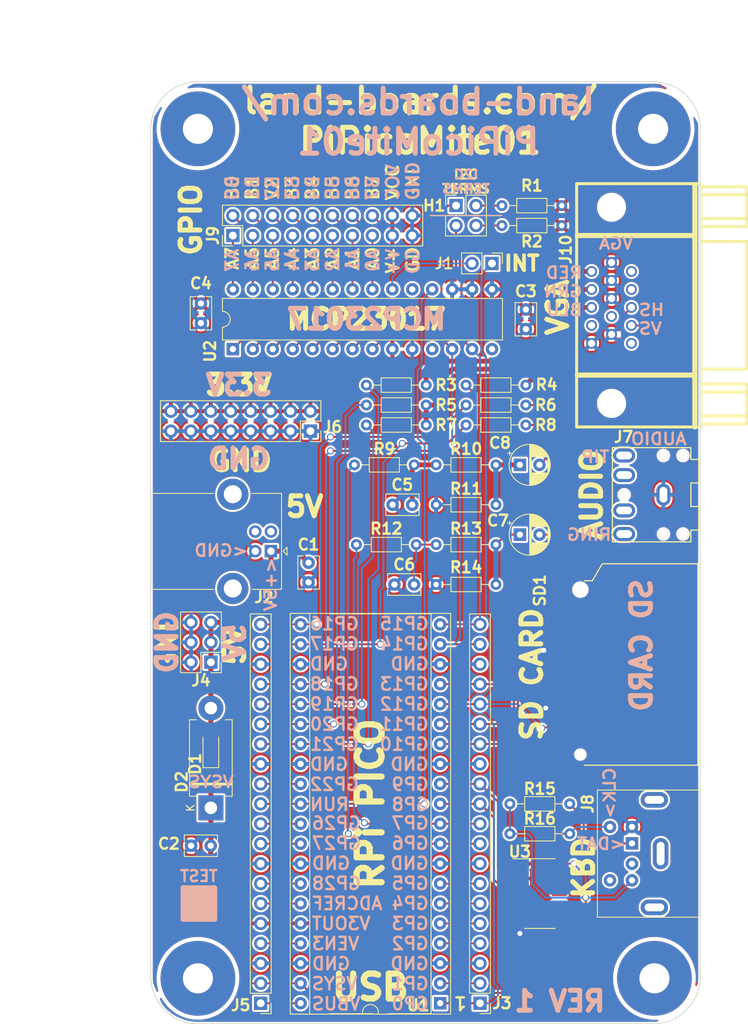
<source format=kicad_pcb>
(kicad_pcb (version 20211014) (generator pcbnew)
  (title_block (title "ESP32-VGA") (date "2020-02-19") (rev "2") (company "land-boards.com"))
  (layers (0 "F.Cu" signal) (31 "B.Cu" signal) (36 "B.SilkS" user "B.Silkscreen") (37 "F.SilkS" user "F.Silkscreen") (38 "B.Mask" user) (39 "F.Mask" user) (44 "Edge.Cuts" user))
  (net 0 "")
  (net 1 "GND")
  (net 2 "+3V3")
  (net 3 "Net-(C1-Pad1)")
  (net 4 "Net-(C7-Pad1)")
  (net 5 "Net-(C8-Pad1)")
  (net 6 "/GP13")
  (net 7 "/GP11")
  (net 8 "/GP10")
  (net 9 "/GP12")
  (net 10 "Net-(R1-Pad2)")
  (net 11 "Net-(R2-Pad2)")
  (net 18 "/GP0")
  (net 19 "/GP1")
  (net 20 "/GP2")
  (net 21 "/GP3")
  (net 22 "/GP4")
  (net 23 "/GP5")
  (net 24 "/GP6")
  (net 25 "/GP7")
  (net 26 "/GP8")
  (net 27 "/VGA_B")
  (net 28 "/VGA_G")
  (net 29 "/VGA_R")
  (net 30 "/GP9")
  (net 31 "/GP14")
  (net 32 "/GP15")
  (net 35 "/GP28")
  (net 36 "/GP27")
  (net 37 "/GP26")
  (net 38 "/GP22")
  (net 39 "/GP21")
  (net 40 "/GP20")
  (net 41 "/GPB0")
  (net 42 "/GPA7")
  (net 43 "/GPB1")
  (net 44 "/GPA6")
  (net 45 "/GPB2")
  (net 46 "/GPA5")
  (net 47 "/GPB3")
  (net 48 "/GPA4")
  (net 49 "/GPB4")
  (net 50 "/GPA3")
  (net 51 "/GPB5")
  (net 52 "/GPA2")
  (net 53 "/GPB6")
  (net 54 "/GPA1")
  (net 55 "/GPB7")
  (net 56 "/GPA0")
  (net 60 "Net-(U2-Pad20)")
  (net 61 "/VBUS")
  (net 62 "/VEN3")
  (net 63 "/ADCREF")
  (net 64 "Net-(C8-Pad2)")
  (net 65 "/GP19")
  (net 66 "/GP18")
  (net 67 "/GP17")
  (net 68 "/HS")
  (net 69 "/VS")
  (net 70 "/RUN")
  (net 71 "/GP16")
  (net 73 "Net-(C5-Pad1)")
  (net 74 "Net-(C6-Pad1)")
  (net 75 "Net-(C7-Pad2)")
  (net 80 "/PS2DAT")
  (net 82 "/PS2CLK")
  (net 88 "/VSYS")
  (footprint "LandBoards_MountHoles:MTG-6-32" (layer "F.Cu") (at 119 8)
    (fp_text reference "MTG1" hide)
    (fp_text value "MTG_HOLE" hide)
  )
  (footprint "LandBoards_MountHoles:MTG-6-32" (layer "F.Cu") (at 177.165 116.205)
    (fp_text reference "MTG2" hide)
    (fp_text value "MTG_HOLE" hide)
  )
  (footprint "LandBoards_MountHoles:MTG-6-32" (layer "F.Cu") (at 119 116.205)
    (fp_text reference "MTG4" hide)
    (fp_text value "MTG_HOLE" hide)
  )
  (footprint "LandBoards_MountHoles:MTG-6-32" (layer "F.Cu") (at 177 8)
    (fp_text reference "MTG3" hide)
    (fp_text value "MTG_HOLE" hide)
  )
  (footprint "LandBoards_Conns:DB_15F-VGA-fixed" (layer "F.Cu") (at 175.70825 30.48 90)
    (fp_text reference "J10")
    (fp_text value "CONN, DB15HD, BLUE (VGA)" hide)
  )
  (footprint "LandBoards_Conns:SD_CARD" (layer "F.Cu") (at 167.7265 81.82 90)
    (fp_text reference "SD1")
    (fp_text value "Conn, SD Card" hide)
  )
  (footprint "Resistor_THT:R_Axial_DIN0204_L3.6mm_D1.6mm_P7.62mm_Horizontal" (layer "F.Cu") (at 148.082 40.64 180)
    (fp_text reference "R3")
    (fp_text value "270" hide)
  )
  (footprint "Resistor_THT:R_Axial_DIN0204_L3.6mm_D1.6mm_P7.62mm_Horizontal" (layer "F.Cu") (at 148.082 43.18 180)
    (fp_text reference "R5")
    (fp_text value "390" hide)
  )
  (footprint "Resistor_THT:R_Axial_DIN0204_L3.6mm_D1.6mm_P7.62mm_Horizontal" (layer "F.Cu") (at 146.812 60.96 180)
    (fp_text reference "R12")
    (fp_text value "1K" hide)
  )
  (footprint "Resistor_THT:R_Axial_DIN0204_L3.6mm_D1.6mm_P7.62mm_Horizontal" (layer "F.Cu") (at 148.082 45.72 180)
    (fp_text reference "R7")
    (fp_text value "820" hide)
  )
  (footprint "Resistor_THT:R_Axial_DIN0204_L3.6mm_D1.6mm_P7.62mm_Horizontal" (layer "F.Cu") (at 160.782 40.64 180)
    (fp_text reference "R4")
    (fp_text value "270" hide)
  )
  (footprint "Resistor_THT:R_Axial_DIN0204_L3.6mm_D1.6mm_P7.62mm_Horizontal" (layer "F.Cu") (at 160.782 43.18 180)
    (fp_text reference "R6")
    (fp_text value "47" hide)
  )
  (footprint "Resistor_THT:R_Axial_DIN0204_L3.6mm_D1.6mm_P7.62mm_Horizontal" (layer "F.Cu") (at 160.782 45.72 180)
    (fp_text reference "R8")
    (fp_text value "47" hide)
  )
  (footprint "LandBoards_BoardOutlines:RasPiPico" (layer "F.Cu") (at 149.865 119.375 180)
    (fp_text reference "U1")
    (fp_text value "RPi-PICO" hide)
  )
  (footprint "Connector_USB:USB_B_Lumberg_2411_02_Horizontal" (layer "F.Cu") (at 128.304 61.798 180)
    (fp_text reference "J2")
    (fp_text value "USB-B" hide)
  )
  (footprint "Capacitor_THT:C_Rect_L4.0mm_W2.5mm_P2.50mm" (layer "F.Cu") (at 120.63 99.314 180)
    (fp_text reference "C2")
    (fp_text value "0.1uF")
  )
  (footprint "Capacitor_THT:CP_Radial_D5.0mm_P2.50mm" (layer "F.Cu") (at 160.02 59.69)
    (fp_text reference "C7")
    (fp_text value "47uF")
  )
  (footprint "Capacitor_THT:C_Rect_L4.0mm_W2.5mm_P2.50mm" (layer "F.Cu") (at 146.538 66.04 180)
    (fp_text reference "C6")
    (fp_text value "47nF")
  )
  (footprint "Capacitor_THT:C_Rect_L4.0mm_W2.5mm_P2.50mm" (layer "F.Cu") (at 133.096 63.266 -90)
    (fp_text reference "C1")
    (fp_text value "0.1uF")
  )
  (footprint "Capacitor_THT:C_Rect_L4.0mm_W2.5mm_P2.50mm" (layer "F.Cu") (at 160.782 31.008 -90)
    (fp_text reference "C3")
    (fp_text value "0.1uF")
  )
  (footprint "Capacitor_THT:C_Rect_L4.0mm_W2.5mm_P2.50mm" (layer "F.Cu") (at 119.38 30.246 -90)
    (fp_text reference "C4")
    (fp_text value "0.1uF")
  )
  (footprint "Resistor_THT:R_Axial_DIN0204_L3.6mm_D1.6mm_P7.62mm_Horizontal" (layer "F.Cu") (at 156.972 55.88 180)
    (fp_text reference "R11")
    (fp_text value "2.2K")
  )
  (footprint "LandBoards_Marking:TEST_BLK-REAR" (layer "F.Cu") (at 119.126 106.68)
    (fp_text reference "TEST")
    (fp_text value "COUPON" hide)
  )
  (footprint "Resistor_THT:R_Axial_DIN0204_L3.6mm_D1.6mm_P7.62mm_Horizontal" (layer "F.Cu") (at 156.972 60.96 180)
    (fp_text reference "R13")
    (fp_text value "2.2K")
  )
  (footprint "Connector_PinHeader_2.54mm:PinHeader_1x02_P2.54mm_Vertical" (layer "F.Cu") (at 156.464 25.146 -90)
    (fp_text reference "J1")
    (fp_text value "Conn_01x02")
  )
  (footprint "Diode_SMD:D_SOD-123" (layer "F.Cu") (at 120.65 87.122 90)
    (fp_text reference "D1")
    (fp_text value "D_Schottky")
  )
  (footprint "Connector_PinSocket_2.54mm:PinSocket_2x08_P2.54mm_Vertical" (layer "F.Cu") (at 133.335 46.502 -90)
    (fp_text reference "J6")
    (fp_text value "Header, Vert, 2x8")
  )
  (footprint "Diode_THT:D_DO-201AD_P12.70mm_Horizontal" (layer "F.Cu") (at 120.65 94.488 90)
    (fp_text reference "D2")
    (fp_text value "D_Schottky")
  )
  (footprint "Capacitor_THT:C_Rect_L4.0mm_W2.5mm_P2.50mm" (layer "F.Cu") (at 146.304 55.88 180)
    (fp_text reference "C5")
    (fp_text value "47nF")
  )
  (footprint "LandBoards_Conns:Jack_3.5mm_CUI_SJ1-3523N_Horizontal" (layer "F.Cu") (at 178.308 54.61 -90)
    (fp_text reference "J7")
    (fp_text value "AudioJack3" hide)
  )
  (footprint "Resistor_THT:R_Axial_DIN0204_L3.6mm_D1.6mm_P7.62mm_Horizontal" (layer "F.Cu") (at 165.354 17.78 180)
    (fp_text reference "R1")
    (fp_text value "2.2K")
  )
  (footprint "Resistor_THT:R_Axial_DIN0204_L3.6mm_D1.6mm_P7.62mm_Horizontal" (layer "F.Cu") (at 165.354 20.32 180)
    (fp_text reference "R2")
    (fp_text value "2.2K")
  )
  (footprint "Connector_PinHeader_2.54mm:PinHeader_1x20_P2.54mm_Vertical" (layer "F.Cu") (at 127 119.38 180)
    (fp_text reference "J5")
    (fp_text value "Socket, Female. 1x20")
  )
  (footprint "Resistor_THT:R_Axial_DIN0204_L3.6mm_D1.6mm_P7.62mm_Horizontal" (layer "F.Cu") (at 149.352 66.04)
    (fp_text reference "R14")
    (fp_text value "2.2K")
  )
  (footprint "Connector_PinHeader_2.54mm:PinHeader_2x02_P2.54mm_Vertical" (layer "F.Cu") (at 151.887 17.775)
    (fp_text reference "H1")
    (fp_text value "Header, Vert, 2x2")
  )
  (footprint "Resistor_THT:R_Axial_DIN0204_L3.6mm_D1.6mm_P7.62mm_Horizontal" (layer "F.Cu") (at 158.75 93.98)
    (fp_text reference "R15")
    (fp_text value "10K")
  )
  (footprint "Connector_PinHeader_2.54mm:PinHeader_2x10_P2.54mm_Vertical" (layer "F.Cu") (at 123.449 21.595 90)
    (fp_text reference "J9")
    (fp_text value "Header, Vert, 2x10")
  )
  (footprint "Package_DIP:DIP-28_W7.62mm" (layer "F.Cu") (at 123.454 36.058 90)
    (fp_text reference "U2")
    (fp_text value "MCP23017_SP")
  )
  (footprint "Resistor_THT:R_Axial_DIN0204_L3.6mm_D1.6mm_P7.62mm_Horizontal" (layer "F.Cu") (at 158.75 97.79)
    (fp_text reference "R16")
    (fp_text value "10K")
  )
  (footprint "Capacitor_THT:CP_Radial_D5.0mm_P2.50mm" (layer "F.Cu") (at 160.02 50.8)
    (fp_text reference "C8")
    (fp_text value "47uF")
  )
  (footprint "Package_SO:SOIC-14_3.9x8.7mm_P1.27mm" (layer "F.Cu") (at 162.56 105.41)
    (fp_text reference "U3")
    (fp_text value "TXS0104")
  )
  (footprint "Connector_PinHeader_2.54mm:PinHeader_2x03_P2.54mm_Vertical" (layer "F.Cu") (at 120.655 75.946 180)
    (fp_text reference "J4")
    (fp_text value "Header, Vert, 2x3")
  )
  (footprint "LandBoards_Conns:Connector_Mini-DIN_Female_6Pin_2rows" (layer "F.Cu") (at 174.301 99.02 90)
    (fp_text reference "J8")
    (fp_text value "PS2_DIN6")
  )
  (footprint "Resistor_THT:R_Axial_DIN0204_L3.6mm_D1.6mm_P7.62mm_Horizontal" (layer "F.Cu") (at 156.972 50.8 180)
    (fp_text reference "R10")
    (fp_text value "2.2K")
  )
  (footprint "Resistor_THT:R_Axial_DIN0204_L3.6mm_D1.6mm_P7.62mm_Horizontal" (layer "F.Cu") (at 146.558 50.8 180)
    (fp_text reference "R9")
    (fp_text value "1K")
  )
  (footprint "Connector_PinHeader_2.54mm:PinHeader_1x20_P2.54mm_Vertical" (layer "F.Cu") (at 154.94 119.375 180)
    (fp_text reference "J3")
    (fp_text value "Socket, Female. 1x20")
  )
  (gr_line (start 148.59 19.05) (end 157.734 19.05) (layer "B.SilkS") (width 0.15))
  (gr_line (start 148.59 19.05) (end 157.734 19.045) (layer "F.SilkS") (width 0.15))
  (gr_line (start 177 2) (end 119 2) (layer "Edge.Cuts") (width 0.1))
  (gr_arc (start 177 2) (mid 181.242641 3.757359) (end 183 8) (layer "Edge.Cuts") (width 0.1))
  (gr_arc (start 119 122) (mid 114.757359 120.242641) (end 113 116) (layer "Edge.Cuts") (width 0.1))
  (gr_line (start 113 8) (end 113 116) (layer "Edge.Cuts") (width 0.1))
  (gr_arc (start 183 116) (mid 181.242641 120.242641) (end 177 122) (layer "Edge.Cuts") (width 0.1))
  (gr_line (start 183 116) (end 183 8) (layer "Edge.Cuts") (width 0.1))
  (gr_line (start 119 122) (end 177 122) (layer "Edge.Cuts") (width 0.1))
  (gr_arc (start 113 8) (mid 114.757359 3.757359) (end 119 2) (layer "Edge.Cuts") (width 0.1))
  (gr_text "GND" (at 115.062 73.406 90) (layer "B.SilkS") (effects (font (size 2.54 2.54) (thickness 0.635)) (justify mirror)))
  (gr_text "RING" (at 165.862 59.69) (layer "B.SilkS") (effects (font (size 1.4732 1.5875) (thickness 0.3048)) (justify right mirror)))
  (gr_text "<GND" (at 118.364 61.722) (layer "B.SilkS") (effects (font (size 1.4732 1.5875) (thickness 0.3048)) (justify right mirror)))
  (gr_text "REV 1" (at 165.1 119.126) (layer "B.SilkS") (effects (font (size 2.54 2.54) (thickness 0.635)) (justify mirror)))
  (gr_text "GND" (at 124.206 50.038) (layer "B.SilkS") (effects (font (size 2.54 2.54) (thickness 0.635)) (justify mirror)))
  (gr_text "AUDIO" (at 174 47.498) (layer "B.SilkS") (effects (font (size 1.4732 1.5875) (thickness 0.3048)) (justify right mirror)))
  (gr_text "GP7\nGP6\nGND\nGP5\nGP4\nGP3\nGP2\nGND\nGP1\nGP0" (at 148.59 107.95) (layer "B.SilkS") (effects (font (size 1.5875 1.5875) (thickness 0.3048)) (justify left mirror)))
  (gr_text "land-boards.com/\nPiPicoMite01" (at 147.066 7.112) (layer "B.SilkS") (effects (font (size 3.175 3.175) (thickness 0.635)) (justify mirror)))
  (gr_text "GP16\nGP17\nGND\nGP18\nGP19\nGP20\nGP21\nGND\nGP22\nRUN\n" (at 133.096 82.55) (layer "B.SilkS") (effects (font (size 1.5875 1.5875) (thickness 0.3048)) (justify right mirror)))
  (gr_text "HS\nVS" (at 175.006 32.258) (layer "B.SilkS") (effects (font (size 1.4732 1.5875) (thickness 0.3048)) (justify right mirror)))
  (gr_text "VGA" (at 169.926 22.606) (layer "B.SilkS") (effects (font (size 1.4732 1.5875) (thickness 0.3048)) (justify right mirror)))
  (gr_text "MCP23017" (at 140.462 32.258) (layer "B.SilkS") (effects (font (size 2.54 2.54) (thickness 0.635)) (justify mirror)))
  (gr_text "<+5V" (at 128.27 69.596 90) (layer "B.SilkS") (effects (font (size 1.4732 1.5875) (thickness 0.3048)) (justify right mirror)))
  (gr_text "SD CARD" (at 175.514 82.55 90) (layer "B.SilkS") (effects (font (size 2.54 2.54) (thickness 0.635)) (justify right mirror)))
  (gr_text "VSYS" (at 117.602 91.186) (layer "B.SilkS") (effects (font (size 1.4732 1.5875) (thickness 0.3048)) (justify right mirror)))
  (gr_text "RED\nGRN\nBLU" (at 168.148 28.702) (layer "B.SilkS") (effects (font (size 1.4732 1.5875) (thickness 0.3048)) (justify left mirror)))
  (gr_text "B0\nB1\nB2\nB3\nB4\nB5\nB6\nB7\nVCC\nGND" (at 134.874 17.272 90) (layer "B.SilkS") (effects (font (size 1.5875 1.5875) (thickness 0.3048)) (justify right mirror)))
  (gr_text "<DAT" (at 167.132 99.06) (layer "B.SilkS") (effects (font (size 1.4732 1.5875) (thickness 0.3048)) (justify right mirror)))
  (gr_text "3.3V" (at 124.206 40.64) (layer "B.SilkS") (effects (font (size 2.54 2.54) (thickness 0.635)) (justify mirror)))
  (gr_text "I2C\nTERMS" (at 153.162 14.732) (layer "B.SilkS") (effects (font (size 1.143 1.27) (thickness 0.28575)) (justify mirror)))
  (gr_text "5V" (at 123.698 73.406 90) (layer "B.SilkS") (effects (font (size 2.54 2.54) (thickness 0.635)) (justify mirror)))
  (gr_text "CLK>" (at 171.45 96.012 90) (layer "B.SilkS") (effects (font (size 1.4732 1.5875) (thickness 0.3048)) (justify right mirror)))
  (gr_text "TIP" (at 167.64 49.784) (layer "B.SilkS") (effects (font (size 1.4732 1.5875) (thickness 0.3048)) (justify right mirror)))
  (gr_text "GP26\nGP27\nGND\nGP28\nADCREF\nV3OUT\nVEN3\nGND\nVSYS\nVBUS" (at 133.35 107.95) (layer "B.SilkS") (effects (font (size 1.5875 1.5875) (thickness 0.3048)) (justify right mirror)))
  (gr_text "A7\nA6\nA5\nA4\nA3\nA2\nA1\nA0\nV+\nGD" (at 134.874 23.114 90) (layer "B.SilkS") (effects (font (size 1.5875 1.5875) (thickness 0.3048)) (justify left mirror)))
  (gr_text "GP15\nGP14\nGND\nGP13\nGP12\nGP11\nGP10\nGND\nGP9\nGP8" (at 148.59 82.55) (layer "B.SilkS") (effects (font (size 1.5875 1.5875) (thickness 0.3048)) (justify left mirror)))
  (gr_text "AUDIO" (at 169.164 54.61 90) (layer "F.SilkS") (effects (font (size 2.54 2.54) (thickness 0.635))))
  (gr_text "SD CARD" (at 161.544 77.47 90) (layer "F.SilkS") (effects (font (size 2.54 2.54) (thickness 0.635))))
  (gr_text "5V" (at 132.588 56.134) (layer "F.SilkS") (effects (font (size 2.54 2.54) (thickness 0.635))))
  (gr_text "VGA" (at 164.846 30.734 90) (layer "F.SilkS") (effects (font (size 2.54 2.54) (thickness 0.635))))
  (gr_text "5V" (at 123.698 73.914 90) (layer "F.SilkS") (effects (font (size 2.54 2.54) (thickness 0.635))))
  (gr_text "KBD" (at 168.148 102.108 90) (layer "F.SilkS") (effects (font (size 2.54 2.54) (thickness 0.635))))
  (gr_text "B0\nB1\nV2\nB3\nB4\nB5\nB6\nB7\nVCC\nGND" (at 134.874 17.272 90) (layer "F.SilkS") (effects (font (size 1.5875 1.5875) (thickness 0.3048)) (justify left)))
  (gr_text "GPIO" (at 118.11 19.558 90) (layer "F.SilkS") (effects (font (size 2.54 2.54) (thickness 0.635))))
  (gr_text "USB" (at 140.97 117.348) (layer "F.SilkS") (effects (font (size 3.175 3.175) (thickness 0.79375))))
  (gr_text "I2C\nTERMS" (at 153.162 14.732) (layer "F.SilkS") (effects (font (size 1.143 1.27) (thickness 0.28575))))
  (gr_text "GND" (at 124.46 50.292) (layer "F.SilkS") (effects (font (size 2.54 2.54) (thickness 0.635))))
  (gr_text "land-boards.com/\nPiPicoMite01" (at 147.32 6.985) (layer "F.SilkS") (effects (font (size 3.175 3.175) (thickness 0.635))))
  (gr_text "RPi PICO" (at 140.97 93.98 90) (layer "F.SilkS") (effects (font (size 3.175 3.175) (thickness 0.79375))))
  (gr_text "INT" (at 160.274 25.146) (layer "F.SilkS") (effects (font (size 1.905 1.905) (thickness 0.47625))))
  (gr_text "GND" (at 115.062 73.406 90) (layer "F.SilkS") (effects (font (size 2.54 2.54) (thickness 0.635))))
  (gr_text "A7\nA6\nA5\nA4\nA3\nA2\nA1\nA0\nV+\nGD" (at 134.874 22.86 90) (layer "F.SilkS") (effects (font (size 1.5875 1.5875) (thickness 0.3048)) (justify right)))
  (gr_text "MCP23017" (at 140.462 32.258) (layer "F.SilkS") (effects (font (size 2.54 2.54) (thickness 0.635))))
  (gr_text "3.3V" (at 124.206 40.64) (layer "F.SilkS") (effects (font (size 2.54 2.54) (thickness 0.635))))
  (segment (start 163.17 74.32) (end 163.068 74.422) (width 0.254) (layer "F.Cu") (net 1))
  (segment (start 160.085 110.425) (end 160.02 110.49) (width 0.254) (layer "F.Cu") (net 1))
  (segment (start 164.9265 74.32) (end 163.17 74.32) (width 0.254) (layer "F.Cu") (net 1))
  (segment (start 160.085 109.22) (end 160.085 110.425) (width 0.254) (layer "F.Cu") (net 1))
  (segment (start 163.354 81.82) (end 163.322 81.788) (width 0.254) (layer "F.Cu") (net 1))
  (segment (start 164.9265 81.82) (end 163.354 81.82) (width 0.254) (layer "F.Cu") (net 1))
  (via (at 163.322 81.788) (size 0.889) (drill 0.635) (layers "F.Cu" "B.Cu") (net 1))
  (via (at 160.02 110.49) (size 0.889) (drill 0.635) (layers "F.Cu" "B.Cu") (net 1))
  (via (at 163.068 74.422) (size 0.889) (drill 0.635) (layers "F.Cu" "B.Cu") (net 1))
  (segment (start 120.65 75.951) (end 120.655 75.946) (width 0.635) (layer "F.Cu") (net 3))
  (segment (start 123.444 70.866) (end 128.304 66.006) (width 0.635) (layer "F.Cu") (net 3))
  (segment (start 120.655 73.406) (end 120.655 70.866) (width 0.635) (layer "F.Cu") (net 3))
  (segment (start 120.65 85.472) (end 120.65 81.788) (width 0.635) (layer "F.Cu") (net 3))
  (segment (start 120.655 70.866) (end 123.444 70.866) (width 0.635) (layer "F.Cu") (net 3))
  (segment (start 131.628 61.798) (end 133.096 63.266) (width 0.635) (layer "F.Cu") (net 3))
  (segment (start 128.304 66.006) (end 128.304 61.798) (width 0.635) (layer "F.Cu") (net 3))
  (segment (start 120.65 81.788) (end 120.65 75.951) (width 0.635) (layer "F.Cu") (net 3))
  (segment (start 128.304 61.798) (end 131.628 61.798) (width 0.635) (layer "F.Cu") (net 3))
  (segment (start 120.655 75.946) (end 120.655 73.406) (width 0.635) (layer "F.Cu") (net 3))
  (segment (start 156.972 60.96) (end 158.242 59.69) (width 0.254) (layer "F.Cu") (net 4))
  (segment (start 158.242 59.69) (end 160.02 59.69) (width 0.254) (layer "F.Cu") (net 4))
  (segment (start 156.972 66.04) (end 156.972 60.96) (width 0.635) (layer "B.Cu") (net 4))
  (segment (start 156.972 50.8) (end 160.02 50.8) (width 0.635) (layer "F.Cu") (net 5))
  (segment (start 156.972 55.88) (end 156.972 50.8) (width 0.635) (layer "B.Cu") (net 5))
  (segment (start 159.28 69.32) (end 164.9265 69.32) (width 0.254) (layer "F.Cu") (net 6))
  (segment (start 158.242 70.358) (end 159.28 69.32) (width 0.254) (layer "F.Cu") (net 6))
  (segment (start 149.865 78.735) (end 154.94 78.735) (width 0.254) (layer "F.Cu") (net 6))
  (segment (start 156.723 78.735) (end 158.242 77.216) (width 0.254) (layer "F.Cu") (net 6))
  (segment (start 158.242 77.216) (end 158.242 70.358) (width 0.254) (layer "F.Cu") (net 6))
  (segment (start 154.94 78.735) (end 156.723 78.735) (width 0.254) (layer "F.Cu") (net 6))
  (segment (start 154.94 83.815) (end 157.739 83.815) (width 0.254) (layer "F.Cu") (net 7))
  (segment (start 149.865 83.815) (end 154.94 83.815) (width 0.254) (layer "F.Cu") (net 7))
  (segment (start 160.59 71.82) (end 164.9265 71.82) (width 0.254) (layer "F.Cu") (net 7))
  (segment (start 159.258 82.296) (end 159.258 73.152) (width 0.254) (layer "F.Cu") (net 7))
  (segment (start 159.258 73.152) (end 160.59 71.82) (width 0.254) (layer "F.Cu") (net 7))
  (segment (start 157.739 83.815) (end 159.258 82.296) (width 0.254) (layer "F.Cu") (net 7))
  (segment (start 154.94 86.355) (end 159.009 86.355) (width 0.254) (layer "F.Cu") (net 8))
  (segment (start 161.726 79.32) (end 164.9265 79.32) (width 0.254) (layer "F.Cu") (net 8))
  (segment (start 149.865 86.355) (end 154.94 86.355) (width 0.254) (layer "F.Cu") (net 8))
  (segment (start 160.274 85.09) (end 160.274 80.772) (width 0.254) (layer "F.Cu") (net 8))
  (segment (start 159.009 86.355) (end 160.274 85.09) (width 0.254) (layer "F.Cu") (net 8))
  (segment (start 160.274 80.772) (end 161.726 79.32) (width 0.254) (layer "F.Cu") (net 8))
  (segment (start 149.865 81.275) (end 154.94 81.275) (width 0.254) (layer "F.Cu") (net 9))
  (segment (start 162.902 84.24) (end 162.814 84.328) (width 0.254) (layer "F.Cu") (net 9))
  (segment (start 164.9265 84.24) (end 162.902 84.24) (width 0.254) (layer "F.Cu") (net 9))
  (via (at 162.814 84.328) (size 0.889) (drill 0.635) (layers "F.Cu" "B.Cu") (net 9))
  (segment (start 162.814 84.328) (end 159.761 81.275) (width 0.254) (layer "B.Cu") (net 9))
  (segment (start 159.761 81.275) (end 154.94 81.275) (width 0.254) (layer "B.Cu") (net 9))
  (segment (start 157.729 17.775) (end 157.734 17.78) (width 0.254) (layer "F.Cu") (net 10))
  (segment (start 154.427 17.775) (end 157.729 17.775) (width 0.254) (layer "F.Cu") (net 10))
  (segment (start 157.729 20.315) (end 157.734 20.32) (width 0.254) (layer "F.Cu") (net 11))
  (segment (start 154.427 20.315) (end 157.729 20.315) (width 0.254) (layer "F.Cu") (net 11))
  (segment (start 149.865 119.375) (end 154.94 119.375) (width 0.254) (layer "F.Cu") (net 18))
  (segment (start 157.226 118.618) (end 156.469 119.375) (width 0.254) (layer "B.Cu") (net 18))
  (segment (start 153.709489 80.765305) (end 153.709489 81.784695) (width 0.254) (layer "B.Cu") (net 18))
  (segment (start 155.702 70.136794) (end 156.170511 70.605305) (width 0.254) (layer "B.Cu") (net 18))
  (segment (start 156.170511 70.605305) (end 156.170511 76.747489) (width 0.254) (layer "B.Cu") (net 18))
  (segment (start 155.449695 80.044489) (end 154.430305 80.044489) (width 0.254) (layer "B.Cu") (net 18))
  (segment (start 156.469 119.375) (end 154.94 119.375) (width 0.254) (layer "B.Cu") (net 18))
  (segment (start 157.226 117.348) (end 157.226 118.618) (width 0.254) (layer "B.Cu") (net 18))
  (segment (start 153.709489 81.784695) (end 154.430305 82.505511) (width 0.254) (layer "B.Cu") (net 18))
  (segment (start 154.430305 82.505511) (end 155.370717 82.505511) (width 0.254) (layer "B.Cu") (net 18))
  (segment (start 155.114511 26.495489) (end 155.114511 36.520769) (width 0.254) (layer "B.Cu") (net 18))
  (segment (start 156.464 25.146) (end 155.114511 26.495489) (width 0.254) (layer "B.Cu") (net 18))
  (segment (start 155.114511 36.520769) (end 155.702 37.108258) (width 0.254) (layer "B.Cu") (net 18))
  (segment (start 156.718 116.84) (end 157.226 117.348) (width 0.254) (layer "B.Cu") (net 18))
  (segment (start 154.430305 80.044489) (end 153.709489 80.765305) (width 0.254) (layer "B.Cu") (net 18))
  (segment (start 155.702 37.108258) (end 155.702 70.136794) (width 0.254) (layer "B.Cu") (net 18))
  (segment (start 155.370717 82.505511) (end 156.718 83.852794) (width 0.254) (layer "B.Cu") (net 18))
  (segment (start 156.170511 76.747489) (end 156.170511 79.323673) (width 0.254) (layer "B.Cu") (net 18))
  (segment (start 156.170511 79.323673) (end 155.449695 80.044489) (width 0.254) (layer "B.Cu") (net 18))
  (segment (start 156.718 83.852794) (end 156.718 116.84) (width 0.254) (layer "B.Cu") (net 18))
  (segment (start 149.865 116.835) (end 154.94 116.835) (width 0.254) (layer "F.Cu") (net 19))
  (segment (start 149.865 111.755) (end 154.94 111.755) (width 0.254) (layer "F.Cu") (net 20))
  (segment (start 149.865 109.215) (end 154.94 109.215) (width 0.254) (layer "F.Cu") (net 21))
  (segment (start 149.865 106.675) (end 154.94 106.675) (width 0.254) (layer "F.Cu") (net 22))
  (segment (start 149.865 104.135) (end 154.94 104.135) (width 0.254) (layer "F.Cu") (net 23))
  (segment (start 139.441 99.055) (end 138.176 97.79) (width 0.254) (layer "F.Cu") (net 24))
  (segment (start 149.865 99.055) (end 139.441 99.055) (width 0.254) (layer "F.Cu") (net 24))
  (segment (start 149.865 99.055) (end 154.94 99.055) (width 0.254) (layer "F.Cu") (net 24))
  (via (at 138.176 97.79) (size 0.889) (drill 0.635) (layers "F.Cu" "B.Cu") (net 24))
  (segment (start 138.111489 97.725489) (end 138.111489 51.626511) (width 0.254) (layer "B.Cu") (net 24))
  (segment (start 138.111489 51.626511) (end 138.938 50.8) (width 0.254) (layer "B.Cu") (net 24))
  (segment (start 138.176 97.79) (end 138.111489 97.725489) (width 0.254) (layer "B.Cu") (net 24))
  (segment (start 140.33 96.515) (end 149.865 96.515) (width 0.254) (layer "F.Cu") (net 25))
  (segment (start 149.865 96.515) (end 154.94 96.515) (width 0.254) (layer "F.Cu") (net 25))
  (segment (start 140.208 96.393) (end 140.33 96.515) (width 0.635) (layer "F.Cu") (net 25))
  (via (at 140.208 96.393) (size 0.889) (drill 0.635) (layers "F.Cu" "B.Cu") (net 25))
  (segment (start 138.875489 62.802489) (end 138.875489 95.060489) (width 0.254) (layer "B.Cu") (net 25))
  (segment (start 139.192 60.96) (end 139.192 62.485978) (width 0.254) (layer "B.Cu") (net 25))
  (segment (start 138.875489 95.060489) (end 140.208 96.393) (width 0.254) (layer "B.Cu") (net 25))
  (segment (start 139.192 62.485978) (end 138.875489 62.802489) (width 0.254) (layer "B.Cu") (net 25))
  (segment (start 156.718 103.632) (end 156.718 95.753) (width 0.254) (layer "F.Cu") (net 26))
  (segment (start 149.865 93.975) (end 154.94 93.975) (width 0.254) (layer "F.Cu") (net 26))
  (segment (start 157.226 104.14) (end 156.718 103.632) (width 0.254) (layer "F.Cu") (net 26))
  (segment (start 160.085 104.14) (end 157.226 104.14) (width 0.254) (layer "F.Cu") (net 26))
  (segment (start 156.718 95.753) (end 154.94 93.975) (width 0.254) (layer "F.Cu") (net 26))
  (segment (start 165.862 31.877) (end 166.9923 30.7467) (width 0.635) (layer "F.Cu") (net 27))
  (segment (start 166.9923 30.7467) (end 169.15759 30.7467) (width 0.635) (layer "F.Cu") (net 27))
  (segment (start 160.782 40.64) (end 165.862 35.56) (width 0.635) (layer "F.Cu") (net 27))
  (segment (start 165.862 35.56) (end 165.862 31.877) (width 0.635) (layer "F.Cu") (net 27))
  (segment (start 150.114 39.878) (end 151.384 38.608) (width 0.635) (layer "F.Cu") (net 28))
  (segment (start 164.338 30.099) (end 165.9763 28.4607) (width 0.635) (layer "F.Cu") (net 28))
  (segment (start 148.082 43.18) (end 149.098 43.18) (width 0.635) (layer "F.Cu") (net 28))
  (segment (start 160.909 38.608) (end 164.338 35.179) (width 0.635) (layer "F.Cu") (net 28))
  (segment (start 164.338 35.179) (end 164.338 30.099) (width 0.635) (layer "F.Cu") (net 28))
  (segment (start 151.384 38.608) (end 160.909 38.608) (width 0.635) (layer "F.Cu") (net 28))
  (segment (start 150.114 42.164) (end 150.114 39.878) (width 0.635) (layer "F.Cu") (net 28))
  (segment (start 148.082 43.18) (end 148.082 45.72) (width 0.635) (layer "F.Cu") (net 28))
  (segment (start 165.9763 28.4607) (end 169.15759 28.4607) (width 0.635) (layer "F.Cu") (net 28))
  (segment (start 149.098 43.18) (end 150.114 42.164) (width 0.635) (layer "F.Cu") (net 28))
  (segment (start 164.45738 26.16962) (end 169.15759 26.16962) (width 0.635) (layer "F.Cu") (net 29))
  (segment (start 159.766 37.592) (end 163.195 34.163) (width 0.635) (layer "F.Cu") (net 29))
  (segment (start 149.098 37.592) (end 159.766 37.592) (width 0.635) (layer "F.Cu") (net 29))
  (segment (start 163.195 27.432) (end 164.45738 26.16962) (width 0.635) (layer "F.Cu") (net 29))
  (segment (start 148.082 40.64) (end 148.082 38.608) (width 0.635) (layer "F.Cu") (net 29))
  (segment (start 148.082 38.608) (end 149.098 37.592) (width 0.635) (layer "F.Cu") (net 29))
  (segment (start 163.195 34.163) (end 163.195 27.432) (width 0.635) (layer "F.Cu") (net 29))
  (segment (start 149.865 91.435) (end 154.94 91.435) (width 0.254) (layer "F.Cu") (net 30))
  (segment (start 157.988 102.87) (end 157.226 102.108) (width 0.254) (layer "F.Cu") (net 30))
  (segment (start 157.226 93.721) (end 154.94 91.435) (width 0.254) (layer "F.Cu") (net 30))
  (segment (start 160.085 102.87) (end 157.988 102.87) (width 0.254) (layer "F.Cu") (net 30))
  (segment (start 157.226 102.108) (end 157.226 93.721) (width 0.254) (layer "F.Cu") (net 30))
  (segment (start 151.394 36.058) (end 150.034511 34.698511) (width 0.254) (layer "F.Cu") (net 31))
  (segment (start 150.881 17.775) (end 151.887 17.775) (width 0.254) (layer "F.Cu") (net 31))
  (segment (start 150.034511 34.698511) (end 150.034511 18.621489) (width 0.254) (layer "F.Cu") (net 31))
  (segment (start 150.034511 18.621489) (end 150.881 17.775) (width 0.254) (layer "F.Cu") (net 31))
  (segment (start 149.865 73.655) (end 154.94 73.655) (width 0.254) (layer "F.Cu") (net 31))
  (segment (start 152.4 72.898) (end 152.4 49.276) (width 0.254) (layer "B.Cu") (net 31))
  (segment (start 151.394 36.058) (end 151.394 48.27) (width 0.254) (layer "B.Cu") (net 31))
  (segment (start 151.643 73.655) (end 152.4 72.898) (width 0.254) (layer "B.Cu") (net 31))
  (segment (start 149.865 73.655) (end 151.643 73.655) (width 0.254) (layer "B.Cu") (net 31))
  (segment (start 151.394 48.27) (end 152.4 49.276) (width 0.254) (layer "B.Cu") (net 31))
  (segment (start 152.574511 34.698511) (end 152.574511 27.352511) (width 0.254) (layer "F.Cu") (net 32))
  (segment (start 151.887 20.315) (end 151.887 26.665) (width 0.254) (layer "F.Cu") (net 32))
  (segment (start 149.865 71.115) (end 154.94 71.115) (width 0.254) (layer "F.Cu") (net 32))
  (segment (start 153.934 36.058) (end 152.574511 34.698511) (width 0.254) (layer "F.Cu") (net 32))
  (segment (start 151.887 26.665) (end 152.574511 27.352511) (width 0.254) (layer "F.Cu") (net 32))
  (segment (start 154.94 71.115) (end 154.94 37.064) (width 0.254) (layer "B.Cu") (net 32))
  (segment (start 154.94 37.064) (end 153.934 36.058) (width 0.254) (layer "B.Cu") (net 32))
  (segment (start 132.08 104.14) (end 132.085 104.135) (width 0.254) (layer "F.Cu") (net 35))
  (segment (start 127 104.14) (end 132.08 104.14) (width 0.254) (layer "F.Cu") (net 35))
  (segment (start 132.08 99.06) (end 132.085 99.055) (width 0.254) (layer "F.Cu") (net 36))
  (segment (start 127 99.06) (end 132.08 99.06) (width 0.254) (layer "F.Cu") (net 36))
  (segment (start 127 96.52) (end 132.08 96.52) (width 0.254) (layer "F.Cu") (net 37))
  (segment (start 132.08 96.52) (end 132.085 96.515) (width 0.254) (layer "F.Cu") (net 37))
  (segment (start 132.08 91.44) (end 132.085 91.435) (width 0.254) (layer "F.Cu") (net 38))
  (segment (start 127 91.44) (end 132.08 91.44) (width 0.254) (layer "F.Cu") (net 38))
  (segment (start 127 86.36) (end 132.08 86.36) (width 0.254) (layer "F.Cu") (net 39))
  (segment (start 140.711 86.355) (end 140.716 86.36) (width 0.254) (layer "F.Cu") (net 39))
  (segment (start 132.085 86.355) (end 140.711 86.355) (width 0.254) (layer "F.Cu") (net 39))
  (segment (start 132.08 86.36) (end 132.085 86.355) (width 0.254) (layer "F.Cu") (net 39))
  (via (at 140.716 86.36) (size 0.889) (drill 0.635) (layers "F.Cu" "B.Cu") (net 39))
  (segment (start 140.716 65.405) (end 141.986 64.135) (width 0.254) (layer "B.Cu") (net 39))
  (segment (start 141.986 64.135) (end 141.986 42.164) (width 0.254) (layer "B.Cu") (net 39))
  (segment (start 140.716 86.36) (end 140.716 65.405) (width 0.254) (layer "B.Cu") (net 39))
  (segment (start 141.986 42.164) (end 140.462 40.64) (width 0.254) (layer "B.Cu") (net 39))
  (segment (start 132.085 83.815) (end 136.276 83.815) (width 0.254) (layer "F.Cu") (net 40))
  (segment (start 127 83.82) (end 132.08 83.82) (width 0.254) (layer "F.Cu") (net 40))
  (segment (start 132.08 83.82) (end 132.085 83.815) (width 0.254) (layer "F.Cu") (net 40))
  (via (at 136.276 83.815) (size 0.889) (drill 0.635) (layers "F.Cu" "B.Cu") (net 40))
  (segment (start 137.795 44.577) (end 139.192 43.18) (width 0.254) (layer "B.Cu") (net 40))
  (segment (start 136.715011 50.482989) (end 137.795 49.403) (width 0.254) (layer "B.Cu") (net 40))
  (segment (start 137.795 49.403) (end 137.795 44.577) (width 0.254) (layer "B.Cu") (net 40))
  (segment (start 136.715011 83.365989) (end 136.715011 52.768989) (width 0.254) (layer "B.Cu") (net 40))
  (segment (start 139.192 43.18) (end 140.462 43.18) (width 0.254) (layer "B.Cu") (net 40))
  (segment (start 136.271 83.81) (end 136.715011 83.365989) (width 0.254) (layer "B.Cu") (net 40))
  (segment (start 136.715011 52.768989) (end 136.715011 50.482989) (width 0.254) (layer "B.Cu") (net 40))
  (segment (start 136.276 83.815) (end 136.271 83.81) (width 0.254) (layer "B.Cu") (net 40))
  (segment (start 124.679511 34.832489) (end 124.679511 20.285511) (width 0.254) (layer "F.Cu") (net 41))
  (segment (start 124.679511 20.285511) (end 123.449 19.055) (width 0.254) (layer "F.Cu") (net 41))
  (segment (start 123.454 36.058) (end 124.679511 34.832489) (width 0.254) (layer "F.Cu") (net 41))
  (segment (start 123.454 21.6) (end 123.449 21.595) (width 0.254) (layer "F.Cu") (net 42))
  (segment (start 123.454 28.438) (end 123.454 21.6) (width 0.254) (layer "F.Cu") (net 42))
  (segment (start 127.219511 34.832489) (end 127.219511 20.285511) (width 0.254) (layer "F.Cu") (net 43))
  (segment (start 127.219511 20.285511) (end 125.989 19.055) (width 0.254) (layer "F.Cu") (net 43))
  (segment (start 125.994 36.058) (end 127.219511 34.832489) (width 0.254) (layer "F.Cu") (net 43))
  (segment (start 125.994 28.438) (end 125.994 21.6) (width 0.254) (layer "F.Cu") (net 44))
  (segment (start 125.994 21.6) (end 125.989 21.595) (width 0.254) (layer "F.Cu") (net 44))
  (segment (start 129.759511 34.832489) (end 129.759511 20.285511) (width 0.254) (layer "F.Cu") (net 45))
  (segment (start 129.759511 20.285511) (end 128.529 19.055) (width 0.254) (layer "F.Cu") (net 45))
  (segment (start 128.534 36.058) (end 129.759511 34.832489) (width 0.254) (layer "F.Cu") (net 45))
  (segment (start 128.534 28.438) (end 128.534 21.6) (width 0.254) (layer "F.Cu") (net 46))
  (segment (start 128.534 21.6) (end 128.529 21.595) (width 0.254) (layer "F.Cu") (net 46))
  (segment (start 132.299511 34.832489) (end 132.299511 20.285511) (width 0.254) (layer "F.Cu") (net 47))
  (segment (start 131.074 36.058) (end 132.299511 34.832489) (width 0.254) (layer "F.Cu") (net 47))
  (segment (start 132.299511 20.285511) (end 131.069 19.055) (width 0.254) (layer "F.Cu") (net 47))
  (segment (start 131.074 21.6) (end 131.069 21.595) (width 0.254) (layer "F.Cu") (net 48))
  (segment (start 131.074 28.438) (end 131.074 21.6) (width 0.254) (layer "F.Cu") (net 48))
  (segment (start 134.839511 20.285511) (end 133.609 19.055) (width 0.254) (layer "F.Cu") (net 49))
  (segment (start 133.614 36.058) (end 134.794511 34.877489) (width 0.254) (layer "F.Cu") (net 49))
  (segment (start 134.839511 22.735511) (end 134.839511 20.285511) (width 0.254) (layer "F.Cu") (net 49))
  (segment (start 134.794511 34.877489) (end 134.794511 22.780511) (width 0.254) (layer "F.Cu") (net 49))
  (segment (start 134.794511 22.780511) (end 134.839511 22.735511) (width 0.254) (layer "F.Cu") (net 49))
  (segment (start 133.614 28.438) (end 133.614 21.6) (width 0.254) (layer "F.Cu") (net 50))
  (segment (start 133.614 21.6) (end 133.609 21.595) (width 0.254) (layer "F.Cu") (net 50))
  (segment (start 137.379511 20.285511) (end 136.149 19.055) (width 0.254) (layer "F.Cu") (net 51))
  (segment (start 137.379511 34.832489) (end 137.379511 20.285511) (width 0.254) (layer "F.Cu") (net 51))
  (segment (start 136.154 36.058) (end 137.379511 34.832489) (width 0.254) (layer "F.Cu") (net 51))
  (segment (start 136.154 21.6) (end 136.149 21.595) (width 0.254) (layer "F.Cu") (net 52))
  (segment (start 136.154 28.438) (end 136.154 21.6) (width 0.254) (layer "F.Cu") (net 52))
  (segment (start 139.919511 20.285511) (end 138.689 19.055) (width 0.254) (layer "F.Cu") (net 53))
  (segment (start 139.919511 23.487991) (end 139.919511 20.285511) (width 0.254) (layer "F.Cu") (net 53))
  (segment (start 139.874511 23.532991) (end 139.919511 23.487991) (width 0.254) (layer "F.Cu") (net 53))
  (segment (start 139.874511 34.877489) (end 139.874511 23.532991) (width 0.254) (layer "F.Cu") (net 53))
  (segment (start 138.694 36.058) (end 139.874511 34.877489) (width 0.254) (layer "F.Cu") (net 53))
  (segment (start 138.694 21.6) (end 138.689 21.595) (width 0.254) (layer "F.Cu") (net 54))
  (segment (start 138.694 28.438) (end 138.694 21.6) (width 0.254) (layer "F.Cu") (net 54))
  (segment (start 141.234 36.058) (end 142.494 34.798) (width 0.254) (layer "F.Cu") (net 55))
  (segment (start 142.538489 20.364489) (end 142.538489 23.069511) (width 0.254) (layer "F.Cu") (net 55))
  (segment (start 142.538489 23.069511) (end 142.494 23.114) (width 0.254) (layer "F.Cu") (net 55))
  (segment (start 142.494 34.798) (end 142.494 23.114) (width 0.254) (layer "F.Cu") (net 55))
  (segment (start 141.229 19.055) (end 142.538489 20.364489) (width 0.254) (layer "F.Cu") (net 55))
  (segment (start 141.234 28.438) (end 141.234 21.6) (width 0.254) (layer "F.Cu") (net 56))
  (segment (start 141.234 21.6) (end 141.229 21.595) (width 0.254) (layer "F.Cu") (net 56))
  (segment (start 143.774 26.914) (end 145.542 25.146) (width 0.254) (layer "B.Cu") (net 60))
  (segment (start 145.542 25.146) (end 153.924 25.146) (width 0.254) (layer "B.Cu") (net 60))
  (segment (start 143.774 28.438) (end 143.774 26.914) (width 0.254) (layer "B.Cu") (net 60))
  (segment (start 132.08 119.38) (end 132.085 119.375) (width 0.254) (layer "F.Cu") (net 61))
  (segment (start 127 119.38) (end 132.08 119.38) (width 0.254) (layer "F.Cu") (net 61))
  (segment (start 132.08 111.76) (end 132.085 111.755) (width 0.254) (layer "F.Cu") (net 62))
  (segment (start 127 111.76) (end 132.08 111.76) (width 0.254) (layer "F.Cu") (net 62))
  (segment (start 132.08 106.68) (end 132.085 106.675) (width 0.254) (layer "F.Cu") (net 63))
  (segment (start 127 106.68) (end 132.08 106.68) (width 0.254) (layer "F.Cu") (net 63))
  (segment (start 173.308 49.61) (end 163.71 49.61) (width 0.254) (layer "F.Cu") (net 64))
  (segment (start 163.71 49.61) (end 162.52 50.8) (width 0.254) (layer "F.Cu") (net 64))
  (segment (start 132.08 81.28) (end 132.085 81.275) (width 0.254) (layer "F.Cu") (net 65))
  (segment (start 139.886 81.275) (end 139.891 81.28) (width 0.254) (layer "F.Cu") (net 65))
  (segment (start 132.085 81.275) (end 139.886 81.275) (width 0.254) (layer "F.Cu") (net 65))
  (segment (start 127 81.28) (end 132.08 81.28) (width 0.254) (layer "F.Cu") (net 65))
  (via (at 139.891 81.28) (size 0.889) (drill 0.635) (layers "F.Cu" "B.Cu") (net 65))
  (segment (start 139.891 63.944) (end 141.351 62.484) (width 0.254) (layer "B.Cu") (net 65))
  (segment (start 141.351 46.609) (end 140.462 45.72) (width 0.254) (layer "B.Cu") (net 65))
  (segment (start 139.891 81.28) (end 139.891 63.944) (width 0.254) (layer "B.Cu") (net 65))
  (segment (start 141.351 62.484) (end 141.351 46.609) (width 0.254) (layer "B.Cu") (net 65))
  (segment (start 154.242511 41.720511) (end 154.242511 46.167563) (width 0.254) (layer "F.Cu") (net 66))
  (segment (start 151.388074 49.022) (end 135.89 49.022) (width 0.254) (layer "F.Cu") (net 66))
  (segment (start 135.128 78.74) (end 135.123 78.735) (width 0.254) (layer "F.Cu") (net 66))
  (segment (start 127 78.74) (end 132.08 78.74) (width 0.254) (layer "F.Cu") (net 66))
  (segment (start 153.162 40.64) (end 154.242511 41.720511) (width 0.254) (layer "F.Cu") (net 66))
  (segment (start 132.08 78.74) (end 132.085 78.735) (width 0.254) (layer "F.Cu") (net 66))
  (segment (start 154.242511 46.167563) (end 151.388074 49.022) (width 0.254) (layer "F.Cu") (net 66))
  (segment (start 135.123 78.735) (end 132.085 78.735) (width 0.254) (layer "F.Cu") (net 66))
  (via (at 135.128 78.74) (size 0.889) (drill 0.635) (layers "F.Cu" "B.Cu") (net 66))
  (via (at 135.89 49.022) (size 0.889) (drill 0.635) (layers "F.Cu" "B.Cu") (net 66))
  (segment (start 135.318989 49.593011) (end 135.318989 78.549011) (width 0.254) (layer "B.Cu") (net 66))
  (segment (start 135.89 49.022) (end 135.318989 49.593011) (width 0.254) (layer "B.Cu") (net 66))
  (segment (start 135.318989 78.549011) (end 135.128 78.74) (width 0.254) (layer "B.Cu") (net 66))
  (segment (start 145.034 48.069) (end 150.813 48.069) (width 0.254) (layer "F.Cu") (net 67))
  (segment (start 132.085 73.655) (end 142.235 73.655) (width 0.254) (layer "F.Cu") (net 67))
  (segment (start 142.235 73.655) (end 142.24 73.66) (width 0.254) (layer "F.Cu") (net 67))
  (segment (start 127 73.66) (end 132.08 73.66) (width 0.254) (layer "F.Cu") (net 67))
  (segment (start 132.08 73.66) (end 132.085 73.655) (width 0.254) (layer "F.Cu") (net 67))
  (segment (start 150.813 48.069) (end 153.162 45.72) (width 0.254) (layer "F.Cu") (net 67))
  (via (at 145.034 48.069) (size 0.889) (drill 0.635) (layers "F.Cu" "B.Cu") (net 67))
  (via (at 142.24 73.66) (size 0.889) (drill 0.635) (layers "F.Cu" "B.Cu") (net 67))
  (segment (start 142.24 73.66) (end 142.24 66.802) (width 0.254) (layer "B.Cu") (net 67))
  (segment (start 142.623489 66.418511) (end 142.623489 50.479511) (width 0.254) (layer "B.Cu") (net 67))
  (segment (start 142.24 66.802) (end 142.623489 66.418511) (width 0.254) (layer "B.Cu") (net 67))
  (segment (start 142.623489 50.479511) (end 145.034 48.069) (width 0.254) (layer "B.Cu") (net 67))
  (segment (start 173.158579 38.677421) (end 173.158579 31.825711) (width 0.254) (layer "F.Cu") (net 68))
  (segment (start 160.782 43.18) (end 168.656 43.18) (width 0.254) (layer "F.Cu") (net 68))
  (segment (start 168.656 43.18) (end 173.158579 38.677421) (width 0.254) (layer "F.Cu") (net 68))
  (segment (start 173.158579 31.825711) (end 174.23505 30.74924) (width 0.254) (layer "F.Cu") (net 68))
  (segment (start 171.747074 45.72) (end 176.53 40.937074) (width 0.254) (layer "F.Cu") (net 69))
  (segment (start 176.53 33.782) (end 175.78832 33.04032) (width 0.254) (layer "F.Cu") (net 69))
  (segment (start 176.53 40.937074) (end 176.53 33.782) (width 0.254) (layer "F.Cu") (net 69))
  (segment (start 175.78832 33.04032) (end 174.23759 33.04032) (width 0.254) (layer "F.Cu") (net 69))
  (segment (start 160.782 45.72) (end 171.747074 45.72) (width 0.254) (layer "F.Cu") (net 69))
  (segment (start 132.08 93.98) (end 132.085 93.975) (width 0.254) (layer "F.Cu") (net 70))
  (segment (start 147.823 93.975) (end 147.828 93.98) (width 0.254) (layer "F.Cu") (net 70))
  (segment (start 132.085 93.975) (end 147.823 93.975) (width 0.254) (layer "F.Cu") (net 70))
  (segment (start 127 93.98) (end 132.08 93.98) (width 0.254) (layer "F.Cu") (net 70))
  (via (at 147.828 93.98) (size 0.889) (drill 0.635) (layers "F.Cu" "B.Cu") (net 70))
  (segment (start 147.892511 93.915489) (end 147.892511 48.324511) (width 0.254) (layer "B.Cu") (net 70))
  (segment (start 147.001489 47.433489) (end 147.001489 38.672511) (width 0.254) (layer "B.Cu") (net 70))
  (segment (start 147.892511 48.324511) (end 147.001489 47.433489) (width 0.254) (layer "B.Cu") (net 70))
  (segment (start 147.001489 38.672511) (end 147.494511 38.179489) (width 0.254) (layer "B.Cu") (net 70))
  (segment (start 147.828 93.98) (end 147.892511 93.915489) (width 0.254) (layer "B.Cu") (net 70))
  (segment (start 147.494511 38.179489) (end 147.494511 29.797489) (width 0.254) (layer "B.Cu") (net 70))
  (segment (start 147.494511 29.797489) (end 148.854 28.438) (width 0.254) (layer "B.Cu") (net 70))
  (segment (start 132.085 71.115) (end 134.107 71.115) (width 0.254) (layer "F.Cu") (net 71))
  (segment (start 132.08 71.12) (end 132.085 71.115) (width 0.254) (layer "F.Cu") (net 71))
  (segment (start 134.107 71.115) (end 134.112 71.12) (width 0.254) (layer "F.Cu") (net 71))
  (segment (start 149.098 47.244) (end 153.162 43.18) (width 0.254) (layer "F.Cu") (net 71))
  (segment (start 127 71.12) (end 132.08 71.12) (width 0.254) (layer "F.Cu") (net 71))
  (segment (start 135.89 47.244) (end 149.098 47.244) (width 0.254) (layer "F.Cu") (net 71))
  (via (at 134.112 71.12) (size 0.889) (drill 0.635) (layers "F.Cu" "B.Cu") (net 71))
  (via (at 135.89 47.244) (size 0.889) (drill 0.635) (layers "F.Cu" "B.Cu") (net 71))
  (segment (start 134.112 71.12) (end 134.62 70.612) (width 0.254) (layer "B.Cu") (net 71))
  (segment (start 134.62 70.612) (end 134.62 48.514) (width 0.254) (layer "B.Cu") (net 71))
  (segment (start 134.62 48.514) (end 135.89 47.244) (width 0.254) (layer "B.Cu") (net 71))
  (segment (start 146.304 51.054) (end 146.558 50.8) (width 0.635) (layer "F.Cu") (net 73))
  (segment (start 146.558 50.8) (end 149.352 50.8) (width 0.635) (layer "F.Cu") (net 73))
  (segment (start 146.304 55.88) (end 146.304 51.054) (width 0.635) (layer "F.Cu") (net 73))
  (segment (start 149.352 60.96) (end 146.812 60.96) (width 0.254) (layer "F.Cu") (net 74))
  (segment (start 146.538 63.266) (end 146.812 62.992) (width 0.254) (layer "B.Cu") (net 74))
  (segment (start 146.812 60.96) (end 146.812 62.992) (width 0.254) (layer "B.Cu") (net 74))
  (segment (start 146.538 66.04) (end 146.538 63.266) (width 0.254) (layer "B.Cu") (net 74))
  (segment (start 173.228 59.69) (end 173.308 59.61) (width 0.254) (layer "F.Cu") (net 75))
  (segment (start 162.52 59.69) (end 173.228 59.69) (width 0.254) (layer "F.Cu") (net 75))
  (segment (start 165.035 102.87) (end 167.132 102.87) (width 0.254) (layer "F.Cu") (net 80))
  (segment (start 168.188 99.02) (end 168.148 99.06) (width 0.254) (layer "F.Cu") (net 80))
  (segment (start 168.148 95.758) (end 166.37 93.98) (width 0.254) (layer "F.Cu") (net 80))
  (segment (start 168.148 99.06) (end 168.148 95.758) (width 0.254) (layer "F.Cu") (net 80))
  (segment (start 167.132 102.87) (end 168.148 101.854) (width 0.254) (layer "F.Cu") (net 80))
  (segment (start 174.301 99.02) (end 168.188 99.02) (width 0.254) (layer "F.Cu") (net 80))
  (segment (start 168.148 101.854) (end 168.148 99.06) (width 0.254) (layer "F.Cu") (net 80))
  (segment (start 163.576 104.14) (end 163.322 103.886) (width 0.254) (layer "F.Cu") (net 82))
  (segment (start 165.035 104.14) (end 163.576 104.14) (width 0.254) (layer "F.Cu") (net 82))
  (segment (start 164.084 97.79) (end 166.37 97.79) (width 0.254) (layer "F.Cu") (net 82))
  (segment (start 163.322 98.552) (end 164.084 97.79) (width 0.254) (layer "F.Cu") (net 82))
  (segment (start 163.322 103.886) (end 163.322 98.552) (width 0.254) (layer "F.Cu") (net 82))
  (segment (start 167.24 96.92) (end 166.37 97.79) (width 0.254) (layer "B.Cu") (net 82))
  (segment (start 171.501 96.92) (end 167.24 96.92) (width 0.254) (layer "B.Cu") (net 82))
  (segment (start 132.085 116.835) (end 133.315511 118.065511) (width 0.254) (layer "F.Cu") (net 88))
  (segment (start 125.222 116.84) (end 124.46 116.078) (width 0.254) (layer "F.Cu") (net 88))
  (segment (start 132.08 116.84) (end 132.085 116.835) (width 0.254) (layer "F.Cu") (net 88))
  (segment (start 127 116.84) (end 125.222 116.84) (width 0.254) (layer "F.Cu") (net 88))
  (segment (start 120.63 99.314) (end 120.63 108.650816) (width 0.635) (layer "F.Cu") (net 88))
  (segment (start 120.65 94.488) (end 120.65 99.294) (width 0.635) (layer "F.Cu") (net 88))
  (segment (start 120.63 108.650816) (end 124.46 112.480816) (width 0.635) (layer "F.Cu") (net 88))
  (segment (start 120.65 94.488) (end 120.65 88.772) (width 0.635) (layer "F.Cu") (net 88))
  (segment (start 168.402 116.078) (end 168.402 105.918) (width 0.254) (layer "F.Cu") (net 88))
  (segment (start 120.65 99.294) (end 120.63 99.314) (width 0.635) (layer "F.Cu") (net 88))
  (segment (start 133.315511 118.065511) (end 166.414489 118.065511) (width 0.254) (layer "F.Cu") (net 88))
  (segment (start 124.46 116.078) (end 124.46 112.480816) (width 0.254) (layer "F.Cu") (net 88))
  (segment (start 165.035 101.6) (end 166.878 101.6) (width 0.254) (layer "F.Cu") (net 88))
  (segment (start 166.414489 118.065511) (end 168.402 116.078) (width 0.254) (layer "F.Cu") (net 88))
  (segment (start 127 116.84) (end 132.08 116.84) (width 0.254) (layer "F.Cu") (net 88))
  (via (at 166.878 101.6) (size 0.889) (drill 0.635) (layers "F.Cu" "B.Cu") (net 88))
  (via (at 168.402 105.918) (size 0.889) (drill 0.635) (layers "F.Cu" "B.Cu") (net 88))
  (segment (start 163.322 105.918) (end 168.402 105.918) (width 0.254) (layer "B.Cu") (net 88))
  (segment (start 158.75 97.79) (end 161.036 97.79) (width 0.254) (layer "B.Cu") (net 88))
  (segment (start 161.036 97.79) (end 161.544 98.298) (width 0.254) (layer "B.Cu") (net 88))
  (segment (start 158.75 97.79) (end 158.75 93.98) (width 0.254) (layer "B.Cu") (net 88))
  (segment (start 168.402 103.124) (end 168.402 105.918) (width 0.254) (layer "B.Cu") (net 88))
  (segment (start 172.103 105.918) (end 174.301 103.72) (width 0.254) (layer "B.Cu") (net 88))
  (segment (start 161.544 104.14) (end 163.322 105.918) (width 0.254) (layer "B.Cu") (net 88))
  (segment (start 168.402 105.918) (end 172.103 105.918) (width 0.254) (layer "B.Cu") (net 88))
  (segment (start 166.878 101.6) (end 168.402 103.124) (width 0.254) (layer "B.Cu") (net 88))
  (segment (start 161.544 98.298) (end 161.544 104.14) (width 0.254) (layer "B.Cu") (net 88))
  (zone (net 2) (net_name "+3V3") (layer "F.Cu") (connect_pads (clearance 0.254)) (min_thickness 0.254) (fill yes (thermal_gap 0.508) (thermal_bridge_width 0.508))
    (polygon (pts (xy 181 4) (xy 183 8) (xy 182.88 116.205) (xy 181.864 119.634) (xy 178.435 121.92) (xy 118.11 121.92) (xy 114.808 120.396) (xy 113.03 116.205) (xy 113.03 8) (xy 115 4) (xy 119 2) (xy 177.292 2)))
  )
  (zone (net 1) (net_name "GND") (layer "B.Cu") (connect_pads (clearance 0.254)) (min_thickness 0.254) (fill yes (thermal_gap 0.508) (thermal_bridge_width 0.508))
    (polygon (pts (xy 181 4) (xy 182.88 7.62) (xy 182.88 116.205) (xy 180.848 120.396) (xy 177.165 121.92) (xy 118.11 121.92) (xy 114.808 120.396) (xy 113.03 116.205) (xy 113.03 7.112) (xy 115 4) (xy 119 2) (xy 177 2)))
  )
)
</source>
